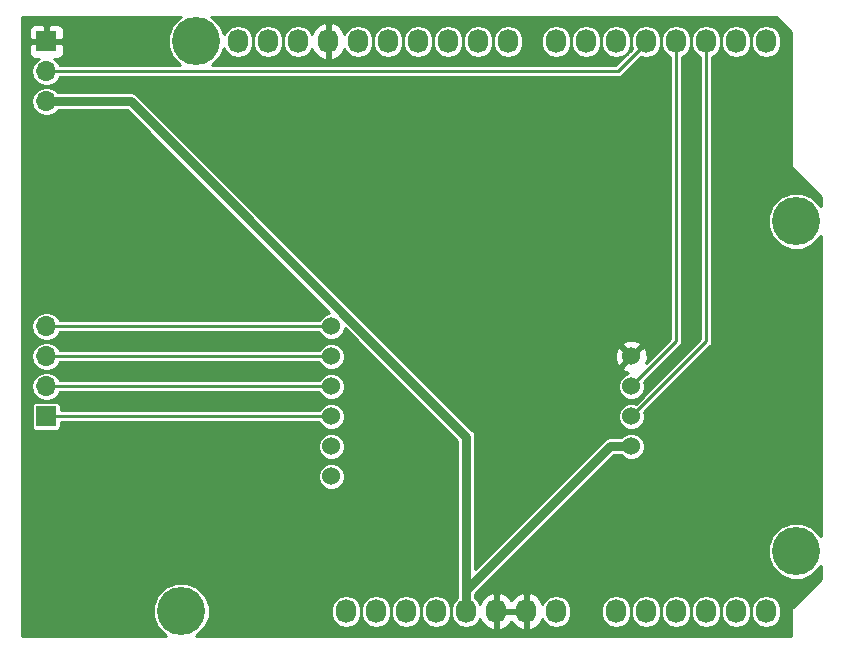
<source format=gtl>
G04 #@! TF.GenerationSoftware,KiCad,Pcbnew,5.0.2+dfsg1-1*
G04 #@! TF.CreationDate,2019-07-14T00:59:29-07:00*
G04 #@! TF.ProjectId,WeightAndMotionSensorShield,57656967-6874-4416-9e64-4d6f74696f6e,v01*
G04 #@! TF.SameCoordinates,Original*
G04 #@! TF.FileFunction,Copper,L1,Top*
G04 #@! TF.FilePolarity,Positive*
%FSLAX46Y46*%
G04 Gerber Fmt 4.6, Leading zero omitted, Abs format (unit mm)*
G04 Created by KiCad (PCBNEW 5.0.2+dfsg1-1) date Sun 14 Jul 2019 12:59:29 AM PDT*
%MOMM*%
%LPD*%
G01*
G04 APERTURE LIST*
G04 #@! TA.AperFunction,ComponentPad*
%ADD10O,1.727200X2.032000*%
G04 #@! TD*
G04 #@! TA.AperFunction,ComponentPad*
%ADD11C,4.064000*%
G04 #@! TD*
G04 #@! TA.AperFunction,ComponentPad*
%ADD12R,1.700000X1.700000*%
G04 #@! TD*
G04 #@! TA.AperFunction,ComponentPad*
%ADD13O,1.700000X1.700000*%
G04 #@! TD*
G04 #@! TA.AperFunction,ComponentPad*
%ADD14C,1.524000*%
G04 #@! TD*
G04 #@! TA.AperFunction,Conductor*
%ADD15C,0.762000*%
G04 #@! TD*
G04 #@! TA.AperFunction,Conductor*
%ADD16C,0.254000*%
G04 #@! TD*
G04 APERTURE END LIST*
D10*
G04 #@! TO.P,P1,1*
G04 #@! TO.N,Net-(P1-Pad1)*
X138938000Y-123825000D03*
G04 #@! TO.P,P1,2*
G04 #@! TO.N,Net-(P1-Pad2)*
X141478000Y-123825000D03*
G04 #@! TO.P,P1,3*
G04 #@! TO.N,Net-(P1-Pad3)*
X144018000Y-123825000D03*
G04 #@! TO.P,P1,4*
G04 #@! TO.N,+3V3*
X146558000Y-123825000D03*
G04 #@! TO.P,P1,5*
G04 #@! TO.N,+5V*
X149098000Y-123825000D03*
G04 #@! TO.P,P1,6*
G04 #@! TO.N,GND*
X151638000Y-123825000D03*
G04 #@! TO.P,P1,7*
X154178000Y-123825000D03*
G04 #@! TO.P,P1,8*
G04 #@! TO.N,Net-(P1-Pad8)*
X156718000Y-123825000D03*
G04 #@! TD*
G04 #@! TO.P,P2,1*
G04 #@! TO.N,Net-(P2-Pad1)*
X161798000Y-123825000D03*
G04 #@! TO.P,P2,2*
G04 #@! TO.N,Net-(P2-Pad2)*
X164338000Y-123825000D03*
G04 #@! TO.P,P2,3*
G04 #@! TO.N,Net-(P2-Pad3)*
X166878000Y-123825000D03*
G04 #@! TO.P,P2,4*
G04 #@! TO.N,Net-(P2-Pad4)*
X169418000Y-123825000D03*
G04 #@! TO.P,P2,5*
G04 #@! TO.N,Net-(P2-Pad5)*
X171958000Y-123825000D03*
G04 #@! TO.P,P2,6*
G04 #@! TO.N,Net-(P2-Pad6)*
X174498000Y-123825000D03*
G04 #@! TD*
G04 #@! TO.P,P3,1*
G04 #@! TO.N,Net-(P3-Pad1)*
X129794000Y-75565000D03*
G04 #@! TO.P,P3,2*
G04 #@! TO.N,Net-(P3-Pad2)*
X132334000Y-75565000D03*
G04 #@! TO.P,P3,3*
G04 #@! TO.N,Net-(P3-Pad3)*
X134874000Y-75565000D03*
G04 #@! TO.P,P3,4*
G04 #@! TO.N,GND*
X137414000Y-75565000D03*
G04 #@! TO.P,P3,5*
G04 #@! TO.N,Net-(P3-Pad5)*
X139954000Y-75565000D03*
G04 #@! TO.P,P3,6*
G04 #@! TO.N,Net-(P3-Pad6)*
X142494000Y-75565000D03*
G04 #@! TO.P,P3,7*
G04 #@! TO.N,Net-(P3-Pad7)*
X145034000Y-75565000D03*
G04 #@! TO.P,P3,8*
G04 #@! TO.N,Net-(P3-Pad8)*
X147574000Y-75565000D03*
G04 #@! TO.P,P3,9*
G04 #@! TO.N,Net-(P3-Pad9)*
X150114000Y-75565000D03*
G04 #@! TO.P,P3,10*
G04 #@! TO.N,Net-(P3-Pad10)*
X152654000Y-75565000D03*
G04 #@! TD*
G04 #@! TO.P,P4,1*
G04 #@! TO.N,Net-(P4-Pad1)*
X156718000Y-75565000D03*
G04 #@! TO.P,P4,2*
G04 #@! TO.N,Net-(P4-Pad2)*
X159258000Y-75565000D03*
G04 #@! TO.P,P4,3*
G04 #@! TO.N,Net-(P4-Pad3)*
X161798000Y-75565000D03*
G04 #@! TO.P,P4,4*
G04 #@! TO.N,/4*
X164338000Y-75565000D03*
G04 #@! TO.P,P4,5*
G04 #@! TO.N,/3(\002A\002A)*
X166878000Y-75565000D03*
G04 #@! TO.P,P4,6*
G04 #@! TO.N,/2*
X169418000Y-75565000D03*
G04 #@! TO.P,P4,7*
G04 #@! TO.N,Net-(P4-Pad7)*
X171958000Y-75565000D03*
G04 #@! TO.P,P4,8*
G04 #@! TO.N,Net-(P4-Pad8)*
X174498000Y-75565000D03*
G04 #@! TD*
D11*
G04 #@! TO.P,P5,1*
G04 #@! TO.N,Net-(P5-Pad1)*
X124968000Y-123825000D03*
G04 #@! TD*
G04 #@! TO.P,P6,1*
G04 #@! TO.N,Net-(P6-Pad1)*
X177038000Y-118745000D03*
G04 #@! TD*
G04 #@! TO.P,P7,1*
G04 #@! TO.N,Net-(P7-Pad1)*
X126238000Y-75565000D03*
G04 #@! TD*
G04 #@! TO.P,P8,1*
G04 #@! TO.N,Net-(P8-Pad1)*
X177038000Y-90805000D03*
G04 #@! TD*
D12*
G04 #@! TO.P,J1,1*
G04 #@! TO.N,GND*
X113538000Y-75565000D03*
D13*
G04 #@! TO.P,J1,2*
G04 #@! TO.N,/4*
X113538000Y-78105000D03*
G04 #@! TO.P,J1,3*
G04 #@! TO.N,+5V*
X113538000Y-80645000D03*
G04 #@! TD*
D12*
G04 #@! TO.P,J2,1*
G04 #@! TO.N,Net-(J2-Pad1)*
X113538000Y-107315000D03*
D13*
G04 #@! TO.P,J2,2*
G04 #@! TO.N,Net-(J2-Pad2)*
X113538000Y-104775000D03*
G04 #@! TO.P,J2,3*
G04 #@! TO.N,Net-(J2-Pad3)*
X113538000Y-102235000D03*
G04 #@! TO.P,J2,4*
G04 #@! TO.N,Net-(J2-Pad4)*
X113538000Y-99695000D03*
G04 #@! TD*
D14*
G04 #@! TO.P,U1,1*
G04 #@! TO.N,Net-(J2-Pad4)*
X137668000Y-99695000D03*
G04 #@! TO.P,U1,2*
G04 #@! TO.N,Net-(J2-Pad3)*
X137668000Y-102235000D03*
G04 #@! TO.P,U1,3*
G04 #@! TO.N,Net-(J2-Pad2)*
X137668000Y-104775000D03*
G04 #@! TO.P,U1,4*
G04 #@! TO.N,Net-(J2-Pad1)*
X137668000Y-107315000D03*
G04 #@! TO.P,U1,5*
G04 #@! TO.N,Net-(U1-Pad5)*
X137668000Y-109855000D03*
G04 #@! TO.P,U1,6*
G04 #@! TO.N,Net-(U1-Pad6)*
X137668000Y-112395000D03*
G04 #@! TO.P,U1,7*
G04 #@! TO.N,GND*
X163068000Y-102235000D03*
G04 #@! TO.P,U1,8*
G04 #@! TO.N,/3(\002A\002A)*
X163068000Y-104775000D03*
G04 #@! TO.P,U1,9*
G04 #@! TO.N,/2*
X163068000Y-107315000D03*
G04 #@! TO.P,U1,10*
G04 #@! TO.N,+5V*
X163068000Y-109855000D03*
G04 #@! TD*
D15*
G04 #@! TO.N,+5V*
X161990370Y-109855000D02*
X163068000Y-109855000D01*
X161290000Y-109855000D02*
X161990370Y-109855000D01*
X149098000Y-122047000D02*
X161290000Y-109855000D01*
X149098000Y-122047000D02*
X149098000Y-123825000D01*
X149098000Y-109057438D02*
X149098000Y-122047000D01*
X120685562Y-80645000D02*
X149098000Y-109057438D01*
X113538000Y-80645000D02*
X120685562Y-80645000D01*
D16*
G04 #@! TO.N,/4*
X164338000Y-75717400D02*
X164338000Y-75565000D01*
X161950400Y-78105000D02*
X164338000Y-75717400D01*
X113538000Y-78105000D02*
X161950400Y-78105000D01*
G04 #@! TO.N,/3(\002A\002A)*
X166878000Y-100965000D02*
X166878000Y-75565000D01*
X163068000Y-104775000D02*
X166878000Y-100965000D01*
G04 #@! TO.N,/2*
X169418000Y-100965000D02*
X169418000Y-75565000D01*
X163068000Y-107315000D02*
X169418000Y-100965000D01*
G04 #@! TO.N,Net-(J2-Pad1)*
X137668000Y-107315000D02*
X113538000Y-107315000D01*
G04 #@! TO.N,Net-(J2-Pad2)*
X113538000Y-104775000D02*
X137668000Y-104775000D01*
G04 #@! TO.N,Net-(J2-Pad3)*
X137668000Y-102235000D02*
X113538000Y-102235000D01*
G04 #@! TO.N,Net-(J2-Pad4)*
X113538000Y-99695000D02*
X137668000Y-99695000D01*
G04 #@! TD*
G04 #@! TO.N,GND*
G36*
X124871146Y-73519358D02*
X124192358Y-74198146D01*
X123825000Y-75085025D01*
X123825000Y-76044975D01*
X124192358Y-76931854D01*
X124857504Y-77597000D01*
X114679075Y-77597000D01*
X114425501Y-77217499D01*
X114174821Y-77050000D01*
X114514309Y-77050000D01*
X114747698Y-76953327D01*
X114926327Y-76774699D01*
X115023000Y-76541310D01*
X115023000Y-75850750D01*
X114864250Y-75692000D01*
X113665000Y-75692000D01*
X113665000Y-75712000D01*
X113411000Y-75712000D01*
X113411000Y-75692000D01*
X112211750Y-75692000D01*
X112053000Y-75850750D01*
X112053000Y-76541310D01*
X112149673Y-76774699D01*
X112328302Y-76953327D01*
X112561691Y-77050000D01*
X112901179Y-77050000D01*
X112650499Y-77217499D01*
X112378424Y-77624688D01*
X112282884Y-78105000D01*
X112378424Y-78585312D01*
X112650499Y-78992501D01*
X113057688Y-79264576D01*
X113416761Y-79336000D01*
X113659239Y-79336000D01*
X114018312Y-79264576D01*
X114425501Y-78992501D01*
X114679075Y-78613000D01*
X161900372Y-78613000D01*
X161950400Y-78622951D01*
X162000428Y-78613000D01*
X162000432Y-78613000D01*
X162148612Y-78583525D01*
X162316647Y-78471247D01*
X162344988Y-78428832D01*
X163878782Y-76895038D01*
X164338000Y-76986383D01*
X164823619Y-76889787D01*
X165235306Y-76614706D01*
X165510387Y-76203018D01*
X165582600Y-75839980D01*
X165582600Y-75290019D01*
X165510387Y-74926981D01*
X165235306Y-74515294D01*
X164823618Y-74240213D01*
X164338000Y-74143617D01*
X163852381Y-74240213D01*
X163440694Y-74515294D01*
X163165613Y-74926982D01*
X163093400Y-75290020D01*
X163093400Y-75839981D01*
X163160362Y-76176618D01*
X161739980Y-77597000D01*
X127618496Y-77597000D01*
X128283642Y-76931854D01*
X128609909Y-76144178D01*
X128621613Y-76203019D01*
X128896695Y-76614706D01*
X129308382Y-76889787D01*
X129794000Y-76986383D01*
X130279619Y-76889787D01*
X130691306Y-76614706D01*
X130966387Y-76203018D01*
X131038600Y-75839980D01*
X131038600Y-75290020D01*
X131089400Y-75290020D01*
X131089400Y-75839981D01*
X131161613Y-76203019D01*
X131436695Y-76614706D01*
X131848382Y-76889787D01*
X132334000Y-76986383D01*
X132819619Y-76889787D01*
X133231306Y-76614706D01*
X133506387Y-76203018D01*
X133578600Y-75839980D01*
X133578600Y-75290020D01*
X133629400Y-75290020D01*
X133629400Y-75839981D01*
X133701613Y-76203019D01*
X133976695Y-76614706D01*
X134388382Y-76889787D01*
X134874000Y-76986383D01*
X135359619Y-76889787D01*
X135771306Y-76614706D01*
X136032609Y-76223638D01*
X136122046Y-76479320D01*
X136511964Y-76915732D01*
X137039209Y-77169709D01*
X137054974Y-77172358D01*
X137287000Y-77051217D01*
X137287000Y-75692000D01*
X137267000Y-75692000D01*
X137267000Y-75438000D01*
X137287000Y-75438000D01*
X137287000Y-74078783D01*
X137541000Y-74078783D01*
X137541000Y-75438000D01*
X137561000Y-75438000D01*
X137561000Y-75692000D01*
X137541000Y-75692000D01*
X137541000Y-77051217D01*
X137773026Y-77172358D01*
X137788791Y-77169709D01*
X138316036Y-76915732D01*
X138705954Y-76479320D01*
X138795391Y-76223638D01*
X139056695Y-76614706D01*
X139468382Y-76889787D01*
X139954000Y-76986383D01*
X140439619Y-76889787D01*
X140851306Y-76614706D01*
X141126387Y-76203018D01*
X141198600Y-75839980D01*
X141198600Y-75290020D01*
X141249400Y-75290020D01*
X141249400Y-75839981D01*
X141321613Y-76203019D01*
X141596695Y-76614706D01*
X142008382Y-76889787D01*
X142494000Y-76986383D01*
X142979619Y-76889787D01*
X143391306Y-76614706D01*
X143666387Y-76203018D01*
X143738600Y-75839980D01*
X143738600Y-75290020D01*
X143789400Y-75290020D01*
X143789400Y-75839981D01*
X143861613Y-76203019D01*
X144136695Y-76614706D01*
X144548382Y-76889787D01*
X145034000Y-76986383D01*
X145519619Y-76889787D01*
X145931306Y-76614706D01*
X146206387Y-76203018D01*
X146278600Y-75839980D01*
X146278600Y-75290020D01*
X146329400Y-75290020D01*
X146329400Y-75839981D01*
X146401613Y-76203019D01*
X146676695Y-76614706D01*
X147088382Y-76889787D01*
X147574000Y-76986383D01*
X148059619Y-76889787D01*
X148471306Y-76614706D01*
X148746387Y-76203018D01*
X148818600Y-75839980D01*
X148818600Y-75290020D01*
X148869400Y-75290020D01*
X148869400Y-75839981D01*
X148941613Y-76203019D01*
X149216695Y-76614706D01*
X149628382Y-76889787D01*
X150114000Y-76986383D01*
X150599619Y-76889787D01*
X151011306Y-76614706D01*
X151286387Y-76203018D01*
X151358600Y-75839980D01*
X151358600Y-75290020D01*
X151409400Y-75290020D01*
X151409400Y-75839981D01*
X151481613Y-76203019D01*
X151756695Y-76614706D01*
X152168382Y-76889787D01*
X152654000Y-76986383D01*
X153139619Y-76889787D01*
X153551306Y-76614706D01*
X153826387Y-76203018D01*
X153898600Y-75839980D01*
X153898600Y-75290020D01*
X155473400Y-75290020D01*
X155473400Y-75839981D01*
X155545613Y-76203019D01*
X155820695Y-76614706D01*
X156232382Y-76889787D01*
X156718000Y-76986383D01*
X157203619Y-76889787D01*
X157615306Y-76614706D01*
X157890387Y-76203018D01*
X157962600Y-75839980D01*
X157962600Y-75290020D01*
X158013400Y-75290020D01*
X158013400Y-75839981D01*
X158085613Y-76203019D01*
X158360695Y-76614706D01*
X158772382Y-76889787D01*
X159258000Y-76986383D01*
X159743619Y-76889787D01*
X160155306Y-76614706D01*
X160430387Y-76203018D01*
X160502600Y-75839980D01*
X160502600Y-75290020D01*
X160553400Y-75290020D01*
X160553400Y-75839981D01*
X160625613Y-76203019D01*
X160900695Y-76614706D01*
X161312382Y-76889787D01*
X161798000Y-76986383D01*
X162283619Y-76889787D01*
X162695306Y-76614706D01*
X162970387Y-76203018D01*
X163042600Y-75839980D01*
X163042600Y-75290019D01*
X162970387Y-74926981D01*
X162695306Y-74515294D01*
X162283618Y-74240213D01*
X161798000Y-74143617D01*
X161312381Y-74240213D01*
X160900694Y-74515294D01*
X160625613Y-74926982D01*
X160553400Y-75290020D01*
X160502600Y-75290020D01*
X160502600Y-75290019D01*
X160430387Y-74926981D01*
X160155306Y-74515294D01*
X159743618Y-74240213D01*
X159258000Y-74143617D01*
X158772381Y-74240213D01*
X158360694Y-74515294D01*
X158085613Y-74926982D01*
X158013400Y-75290020D01*
X157962600Y-75290020D01*
X157962600Y-75290019D01*
X157890387Y-74926981D01*
X157615306Y-74515294D01*
X157203618Y-74240213D01*
X156718000Y-74143617D01*
X156232381Y-74240213D01*
X155820694Y-74515294D01*
X155545613Y-74926982D01*
X155473400Y-75290020D01*
X153898600Y-75290020D01*
X153898600Y-75290019D01*
X153826387Y-74926981D01*
X153551306Y-74515294D01*
X153139618Y-74240213D01*
X152654000Y-74143617D01*
X152168381Y-74240213D01*
X151756694Y-74515294D01*
X151481613Y-74926982D01*
X151409400Y-75290020D01*
X151358600Y-75290020D01*
X151358600Y-75290019D01*
X151286387Y-74926981D01*
X151011306Y-74515294D01*
X150599618Y-74240213D01*
X150114000Y-74143617D01*
X149628381Y-74240213D01*
X149216694Y-74515294D01*
X148941613Y-74926982D01*
X148869400Y-75290020D01*
X148818600Y-75290020D01*
X148818600Y-75290019D01*
X148746387Y-74926981D01*
X148471306Y-74515294D01*
X148059618Y-74240213D01*
X147574000Y-74143617D01*
X147088381Y-74240213D01*
X146676694Y-74515294D01*
X146401613Y-74926982D01*
X146329400Y-75290020D01*
X146278600Y-75290020D01*
X146278600Y-75290019D01*
X146206387Y-74926981D01*
X145931306Y-74515294D01*
X145519618Y-74240213D01*
X145034000Y-74143617D01*
X144548381Y-74240213D01*
X144136694Y-74515294D01*
X143861613Y-74926982D01*
X143789400Y-75290020D01*
X143738600Y-75290020D01*
X143738600Y-75290019D01*
X143666387Y-74926981D01*
X143391306Y-74515294D01*
X142979618Y-74240213D01*
X142494000Y-74143617D01*
X142008381Y-74240213D01*
X141596694Y-74515294D01*
X141321613Y-74926982D01*
X141249400Y-75290020D01*
X141198600Y-75290020D01*
X141198600Y-75290019D01*
X141126387Y-74926981D01*
X140851306Y-74515294D01*
X140439618Y-74240213D01*
X139954000Y-74143617D01*
X139468381Y-74240213D01*
X139056694Y-74515294D01*
X138795391Y-74906362D01*
X138705954Y-74650680D01*
X138316036Y-74214268D01*
X137788791Y-73960291D01*
X137773026Y-73957642D01*
X137541000Y-74078783D01*
X137287000Y-74078783D01*
X137054974Y-73957642D01*
X137039209Y-73960291D01*
X136511964Y-74214268D01*
X136122046Y-74650680D01*
X136032610Y-74906362D01*
X135771306Y-74515294D01*
X135359618Y-74240213D01*
X134874000Y-74143617D01*
X134388381Y-74240213D01*
X133976694Y-74515294D01*
X133701613Y-74926982D01*
X133629400Y-75290020D01*
X133578600Y-75290020D01*
X133578600Y-75290019D01*
X133506387Y-74926981D01*
X133231306Y-74515294D01*
X132819618Y-74240213D01*
X132334000Y-74143617D01*
X131848381Y-74240213D01*
X131436694Y-74515294D01*
X131161613Y-74926982D01*
X131089400Y-75290020D01*
X131038600Y-75290020D01*
X131038600Y-75290019D01*
X130966387Y-74926981D01*
X130691306Y-74515294D01*
X130279618Y-74240213D01*
X129794000Y-74143617D01*
X129308381Y-74240213D01*
X128896694Y-74515294D01*
X128621613Y-74926982D01*
X128609909Y-74985822D01*
X128283642Y-74198146D01*
X127604854Y-73519358D01*
X127512250Y-73481000D01*
X175325119Y-73481000D01*
X176582001Y-74737882D01*
X176582000Y-85934096D01*
X176573068Y-85979000D01*
X176582000Y-86023904D01*
X176582000Y-86023908D01*
X176608458Y-86156921D01*
X176709243Y-86307757D01*
X176747315Y-86333196D01*
X179122001Y-88707882D01*
X179122001Y-89530753D01*
X179083642Y-89438146D01*
X178404854Y-88759358D01*
X177517975Y-88392000D01*
X176558025Y-88392000D01*
X175671146Y-88759358D01*
X174992358Y-89438146D01*
X174625000Y-90325025D01*
X174625000Y-91284975D01*
X174992358Y-92171854D01*
X175671146Y-92850642D01*
X176558025Y-93218000D01*
X177517975Y-93218000D01*
X178404854Y-92850642D01*
X179083642Y-92171854D01*
X179122001Y-92079248D01*
X179122000Y-117470751D01*
X179083642Y-117378146D01*
X178404854Y-116699358D01*
X177517975Y-116332000D01*
X176558025Y-116332000D01*
X175671146Y-116699358D01*
X174992358Y-117378146D01*
X174625000Y-118265025D01*
X174625000Y-119224975D01*
X174992358Y-120111854D01*
X175671146Y-120790642D01*
X176558025Y-121158000D01*
X177517975Y-121158000D01*
X178404854Y-120790642D01*
X179083642Y-120111854D01*
X179122000Y-120019250D01*
X179122000Y-121096119D01*
X176747313Y-123470806D01*
X176709244Y-123496243D01*
X176683807Y-123534312D01*
X176683804Y-123534315D01*
X176608459Y-123647078D01*
X176573068Y-123825000D01*
X176582001Y-123869909D01*
X176582000Y-125909000D01*
X126242250Y-125909000D01*
X126334854Y-125870642D01*
X127013642Y-125191854D01*
X127381000Y-124304975D01*
X127381000Y-123550020D01*
X137693400Y-123550020D01*
X137693400Y-124099981D01*
X137765613Y-124463019D01*
X138040695Y-124874706D01*
X138452382Y-125149787D01*
X138938000Y-125246383D01*
X139423619Y-125149787D01*
X139835306Y-124874706D01*
X140110387Y-124463018D01*
X140182600Y-124099980D01*
X140182600Y-123550020D01*
X140233400Y-123550020D01*
X140233400Y-124099981D01*
X140305613Y-124463019D01*
X140580695Y-124874706D01*
X140992382Y-125149787D01*
X141478000Y-125246383D01*
X141963619Y-125149787D01*
X142375306Y-124874706D01*
X142650387Y-124463018D01*
X142722600Y-124099980D01*
X142722600Y-123550020D01*
X142773400Y-123550020D01*
X142773400Y-124099981D01*
X142845613Y-124463019D01*
X143120695Y-124874706D01*
X143532382Y-125149787D01*
X144018000Y-125246383D01*
X144503619Y-125149787D01*
X144915306Y-124874706D01*
X145190387Y-124463018D01*
X145262600Y-124099980D01*
X145262600Y-123550020D01*
X145313400Y-123550020D01*
X145313400Y-124099981D01*
X145385613Y-124463019D01*
X145660695Y-124874706D01*
X146072382Y-125149787D01*
X146558000Y-125246383D01*
X147043619Y-125149787D01*
X147455306Y-124874706D01*
X147730387Y-124463018D01*
X147802600Y-124099980D01*
X147802600Y-123550019D01*
X147730387Y-123186981D01*
X147455306Y-122775294D01*
X147043618Y-122500213D01*
X146558000Y-122403617D01*
X146072381Y-122500213D01*
X145660694Y-122775294D01*
X145385613Y-123186982D01*
X145313400Y-123550020D01*
X145262600Y-123550020D01*
X145262600Y-123550019D01*
X145190387Y-123186981D01*
X144915306Y-122775294D01*
X144503618Y-122500213D01*
X144018000Y-122403617D01*
X143532381Y-122500213D01*
X143120694Y-122775294D01*
X142845613Y-123186982D01*
X142773400Y-123550020D01*
X142722600Y-123550020D01*
X142722600Y-123550019D01*
X142650387Y-123186981D01*
X142375306Y-122775294D01*
X141963618Y-122500213D01*
X141478000Y-122403617D01*
X140992381Y-122500213D01*
X140580694Y-122775294D01*
X140305613Y-123186982D01*
X140233400Y-123550020D01*
X140182600Y-123550020D01*
X140182600Y-123550019D01*
X140110387Y-123186981D01*
X139835306Y-122775294D01*
X139423618Y-122500213D01*
X138938000Y-122403617D01*
X138452381Y-122500213D01*
X138040694Y-122775294D01*
X137765613Y-123186982D01*
X137693400Y-123550020D01*
X127381000Y-123550020D01*
X127381000Y-123345025D01*
X127013642Y-122458146D01*
X126334854Y-121779358D01*
X125447975Y-121412000D01*
X124488025Y-121412000D01*
X123601146Y-121779358D01*
X122922358Y-122458146D01*
X122555000Y-123345025D01*
X122555000Y-124304975D01*
X122922358Y-125191854D01*
X123601146Y-125870642D01*
X123693750Y-125909000D01*
X111454000Y-125909000D01*
X111454000Y-112167643D01*
X136525000Y-112167643D01*
X136525000Y-112622357D01*
X136699011Y-113042458D01*
X137020542Y-113363989D01*
X137440643Y-113538000D01*
X137895357Y-113538000D01*
X138315458Y-113363989D01*
X138636989Y-113042458D01*
X138811000Y-112622357D01*
X138811000Y-112167643D01*
X138636989Y-111747542D01*
X138315458Y-111426011D01*
X137895357Y-111252000D01*
X137440643Y-111252000D01*
X137020542Y-111426011D01*
X136699011Y-111747542D01*
X136525000Y-112167643D01*
X111454000Y-112167643D01*
X111454000Y-109627643D01*
X136525000Y-109627643D01*
X136525000Y-110082357D01*
X136699011Y-110502458D01*
X137020542Y-110823989D01*
X137440643Y-110998000D01*
X137895357Y-110998000D01*
X138315458Y-110823989D01*
X138636989Y-110502458D01*
X138811000Y-110082357D01*
X138811000Y-109627643D01*
X138636989Y-109207542D01*
X138315458Y-108886011D01*
X137895357Y-108712000D01*
X137440643Y-108712000D01*
X137020542Y-108886011D01*
X136699011Y-109207542D01*
X136525000Y-109627643D01*
X111454000Y-109627643D01*
X111454000Y-106465000D01*
X112299536Y-106465000D01*
X112299536Y-108165000D01*
X112329106Y-108313659D01*
X112413314Y-108439686D01*
X112539341Y-108523894D01*
X112688000Y-108553464D01*
X114388000Y-108553464D01*
X114536659Y-108523894D01*
X114662686Y-108439686D01*
X114746894Y-108313659D01*
X114776464Y-108165000D01*
X114776464Y-107823000D01*
X136641246Y-107823000D01*
X136699011Y-107962458D01*
X137020542Y-108283989D01*
X137440643Y-108458000D01*
X137895357Y-108458000D01*
X138315458Y-108283989D01*
X138636989Y-107962458D01*
X138811000Y-107542357D01*
X138811000Y-107087643D01*
X138636989Y-106667542D01*
X138315458Y-106346011D01*
X137895357Y-106172000D01*
X137440643Y-106172000D01*
X137020542Y-106346011D01*
X136699011Y-106667542D01*
X136641246Y-106807000D01*
X114776464Y-106807000D01*
X114776464Y-106465000D01*
X114746894Y-106316341D01*
X114662686Y-106190314D01*
X114536659Y-106106106D01*
X114388000Y-106076536D01*
X112688000Y-106076536D01*
X112539341Y-106106106D01*
X112413314Y-106190314D01*
X112329106Y-106316341D01*
X112299536Y-106465000D01*
X111454000Y-106465000D01*
X111454000Y-104775000D01*
X112282884Y-104775000D01*
X112378424Y-105255312D01*
X112650499Y-105662501D01*
X113057688Y-105934576D01*
X113416761Y-106006000D01*
X113659239Y-106006000D01*
X114018312Y-105934576D01*
X114425501Y-105662501D01*
X114679075Y-105283000D01*
X136641246Y-105283000D01*
X136699011Y-105422458D01*
X137020542Y-105743989D01*
X137440643Y-105918000D01*
X137895357Y-105918000D01*
X138315458Y-105743989D01*
X138636989Y-105422458D01*
X138811000Y-105002357D01*
X138811000Y-104547643D01*
X138636989Y-104127542D01*
X138315458Y-103806011D01*
X137895357Y-103632000D01*
X137440643Y-103632000D01*
X137020542Y-103806011D01*
X136699011Y-104127542D01*
X136641246Y-104267000D01*
X114679075Y-104267000D01*
X114425501Y-103887499D01*
X114018312Y-103615424D01*
X113659239Y-103544000D01*
X113416761Y-103544000D01*
X113057688Y-103615424D01*
X112650499Y-103887499D01*
X112378424Y-104294688D01*
X112282884Y-104775000D01*
X111454000Y-104775000D01*
X111454000Y-102235000D01*
X112282884Y-102235000D01*
X112378424Y-102715312D01*
X112650499Y-103122501D01*
X113057688Y-103394576D01*
X113416761Y-103466000D01*
X113659239Y-103466000D01*
X114018312Y-103394576D01*
X114425501Y-103122501D01*
X114679075Y-102743000D01*
X136641246Y-102743000D01*
X136699011Y-102882458D01*
X137020542Y-103203989D01*
X137440643Y-103378000D01*
X137895357Y-103378000D01*
X138315458Y-103203989D01*
X138636989Y-102882458D01*
X138811000Y-102462357D01*
X138811000Y-102007643D01*
X138636989Y-101587542D01*
X138315458Y-101266011D01*
X137895357Y-101092000D01*
X137440643Y-101092000D01*
X137020542Y-101266011D01*
X136699011Y-101587542D01*
X136641246Y-101727000D01*
X114679075Y-101727000D01*
X114425501Y-101347499D01*
X114018312Y-101075424D01*
X113659239Y-101004000D01*
X113416761Y-101004000D01*
X113057688Y-101075424D01*
X112650499Y-101347499D01*
X112378424Y-101754688D01*
X112282884Y-102235000D01*
X111454000Y-102235000D01*
X111454000Y-80645000D01*
X112282884Y-80645000D01*
X112378424Y-81125312D01*
X112650499Y-81532501D01*
X113057688Y-81804576D01*
X113416761Y-81876000D01*
X113659239Y-81876000D01*
X114018312Y-81804576D01*
X114425501Y-81532501D01*
X114509358Y-81407000D01*
X120369932Y-81407000D01*
X137514931Y-98552000D01*
X137440643Y-98552000D01*
X137020542Y-98726011D01*
X136699011Y-99047542D01*
X136641246Y-99187000D01*
X114679075Y-99187000D01*
X114425501Y-98807499D01*
X114018312Y-98535424D01*
X113659239Y-98464000D01*
X113416761Y-98464000D01*
X113057688Y-98535424D01*
X112650499Y-98807499D01*
X112378424Y-99214688D01*
X112282884Y-99695000D01*
X112378424Y-100175312D01*
X112650499Y-100582501D01*
X113057688Y-100854576D01*
X113416761Y-100926000D01*
X113659239Y-100926000D01*
X114018312Y-100854576D01*
X114425501Y-100582501D01*
X114679075Y-100203000D01*
X136641246Y-100203000D01*
X136699011Y-100342458D01*
X137020542Y-100663989D01*
X137440643Y-100838000D01*
X137895357Y-100838000D01*
X138315458Y-100663989D01*
X138636989Y-100342458D01*
X138811000Y-99922357D01*
X138811000Y-99848069D01*
X148336000Y-109373069D01*
X148336001Y-121971948D01*
X148336000Y-121971953D01*
X148336000Y-121971957D01*
X148321073Y-122047000D01*
X148336000Y-122122044D01*
X148336000Y-122684885D01*
X148200694Y-122775294D01*
X147925613Y-123186982D01*
X147853400Y-123550020D01*
X147853400Y-124099981D01*
X147925613Y-124463019D01*
X148200695Y-124874706D01*
X148612382Y-125149787D01*
X149098000Y-125246383D01*
X149583619Y-125149787D01*
X149995306Y-124874706D01*
X150256609Y-124483638D01*
X150346046Y-124739320D01*
X150735964Y-125175732D01*
X151263209Y-125429709D01*
X151278974Y-125432358D01*
X151511000Y-125311217D01*
X151511000Y-123952000D01*
X151765000Y-123952000D01*
X151765000Y-125311217D01*
X151997026Y-125432358D01*
X152012791Y-125429709D01*
X152540036Y-125175732D01*
X152908000Y-124763892D01*
X153275964Y-125175732D01*
X153803209Y-125429709D01*
X153818974Y-125432358D01*
X154051000Y-125311217D01*
X154051000Y-123952000D01*
X151765000Y-123952000D01*
X151511000Y-123952000D01*
X151491000Y-123952000D01*
X151491000Y-123698000D01*
X151511000Y-123698000D01*
X151511000Y-122338783D01*
X151765000Y-122338783D01*
X151765000Y-123698000D01*
X154051000Y-123698000D01*
X154051000Y-122338783D01*
X154305000Y-122338783D01*
X154305000Y-123698000D01*
X154325000Y-123698000D01*
X154325000Y-123952000D01*
X154305000Y-123952000D01*
X154305000Y-125311217D01*
X154537026Y-125432358D01*
X154552791Y-125429709D01*
X155080036Y-125175732D01*
X155469954Y-124739320D01*
X155559391Y-124483638D01*
X155820695Y-124874706D01*
X156232382Y-125149787D01*
X156718000Y-125246383D01*
X157203619Y-125149787D01*
X157615306Y-124874706D01*
X157890387Y-124463018D01*
X157962600Y-124099980D01*
X157962600Y-123550020D01*
X160553400Y-123550020D01*
X160553400Y-124099981D01*
X160625613Y-124463019D01*
X160900695Y-124874706D01*
X161312382Y-125149787D01*
X161798000Y-125246383D01*
X162283619Y-125149787D01*
X162695306Y-124874706D01*
X162970387Y-124463018D01*
X163042600Y-124099980D01*
X163042600Y-123550020D01*
X163093400Y-123550020D01*
X163093400Y-124099981D01*
X163165613Y-124463019D01*
X163440695Y-124874706D01*
X163852382Y-125149787D01*
X164338000Y-125246383D01*
X164823619Y-125149787D01*
X165235306Y-124874706D01*
X165510387Y-124463018D01*
X165582600Y-124099980D01*
X165582600Y-123550020D01*
X165633400Y-123550020D01*
X165633400Y-124099981D01*
X165705613Y-124463019D01*
X165980695Y-124874706D01*
X166392382Y-125149787D01*
X166878000Y-125246383D01*
X167363619Y-125149787D01*
X167775306Y-124874706D01*
X168050387Y-124463018D01*
X168122600Y-124099980D01*
X168122600Y-123550020D01*
X168173400Y-123550020D01*
X168173400Y-124099981D01*
X168245613Y-124463019D01*
X168520695Y-124874706D01*
X168932382Y-125149787D01*
X169418000Y-125246383D01*
X169903619Y-125149787D01*
X170315306Y-124874706D01*
X170590387Y-124463018D01*
X170662600Y-124099980D01*
X170662600Y-123550020D01*
X170713400Y-123550020D01*
X170713400Y-124099981D01*
X170785613Y-124463019D01*
X171060695Y-124874706D01*
X171472382Y-125149787D01*
X171958000Y-125246383D01*
X172443619Y-125149787D01*
X172855306Y-124874706D01*
X173130387Y-124463018D01*
X173202600Y-124099980D01*
X173202600Y-123550020D01*
X173253400Y-123550020D01*
X173253400Y-124099981D01*
X173325613Y-124463019D01*
X173600695Y-124874706D01*
X174012382Y-125149787D01*
X174498000Y-125246383D01*
X174983619Y-125149787D01*
X175395306Y-124874706D01*
X175670387Y-124463018D01*
X175742600Y-124099980D01*
X175742600Y-123550019D01*
X175670387Y-123186981D01*
X175395306Y-122775294D01*
X174983618Y-122500213D01*
X174498000Y-122403617D01*
X174012381Y-122500213D01*
X173600694Y-122775294D01*
X173325613Y-123186982D01*
X173253400Y-123550020D01*
X173202600Y-123550020D01*
X173202600Y-123550019D01*
X173130387Y-123186981D01*
X172855306Y-122775294D01*
X172443618Y-122500213D01*
X171958000Y-122403617D01*
X171472381Y-122500213D01*
X171060694Y-122775294D01*
X170785613Y-123186982D01*
X170713400Y-123550020D01*
X170662600Y-123550020D01*
X170662600Y-123550019D01*
X170590387Y-123186981D01*
X170315306Y-122775294D01*
X169903618Y-122500213D01*
X169418000Y-122403617D01*
X168932381Y-122500213D01*
X168520694Y-122775294D01*
X168245613Y-123186982D01*
X168173400Y-123550020D01*
X168122600Y-123550020D01*
X168122600Y-123550019D01*
X168050387Y-123186981D01*
X167775306Y-122775294D01*
X167363618Y-122500213D01*
X166878000Y-122403617D01*
X166392381Y-122500213D01*
X165980694Y-122775294D01*
X165705613Y-123186982D01*
X165633400Y-123550020D01*
X165582600Y-123550020D01*
X165582600Y-123550019D01*
X165510387Y-123186981D01*
X165235306Y-122775294D01*
X164823618Y-122500213D01*
X164338000Y-122403617D01*
X163852381Y-122500213D01*
X163440694Y-122775294D01*
X163165613Y-123186982D01*
X163093400Y-123550020D01*
X163042600Y-123550020D01*
X163042600Y-123550019D01*
X162970387Y-123186981D01*
X162695306Y-122775294D01*
X162283618Y-122500213D01*
X161798000Y-122403617D01*
X161312381Y-122500213D01*
X160900694Y-122775294D01*
X160625613Y-123186982D01*
X160553400Y-123550020D01*
X157962600Y-123550020D01*
X157962600Y-123550019D01*
X157890387Y-123186981D01*
X157615306Y-122775294D01*
X157203618Y-122500213D01*
X156718000Y-122403617D01*
X156232381Y-122500213D01*
X155820694Y-122775294D01*
X155559391Y-123166362D01*
X155469954Y-122910680D01*
X155080036Y-122474268D01*
X154552791Y-122220291D01*
X154537026Y-122217642D01*
X154305000Y-122338783D01*
X154051000Y-122338783D01*
X153818974Y-122217642D01*
X153803209Y-122220291D01*
X153275964Y-122474268D01*
X152908000Y-122886108D01*
X152540036Y-122474268D01*
X152012791Y-122220291D01*
X151997026Y-122217642D01*
X151765000Y-122338783D01*
X151511000Y-122338783D01*
X151278974Y-122217642D01*
X151263209Y-122220291D01*
X150735964Y-122474268D01*
X150346046Y-122910680D01*
X150256610Y-123166362D01*
X149995306Y-122775294D01*
X149860000Y-122684885D01*
X149860000Y-122362630D01*
X161605631Y-110617000D01*
X162213553Y-110617000D01*
X162420542Y-110823989D01*
X162840643Y-110998000D01*
X163295357Y-110998000D01*
X163715458Y-110823989D01*
X164036989Y-110502458D01*
X164211000Y-110082357D01*
X164211000Y-109627643D01*
X164036989Y-109207542D01*
X163715458Y-108886011D01*
X163295357Y-108712000D01*
X162840643Y-108712000D01*
X162420542Y-108886011D01*
X162213553Y-109093000D01*
X161365047Y-109093000D01*
X161290000Y-109078072D01*
X161214953Y-109093000D01*
X161214952Y-109093000D01*
X160992683Y-109137212D01*
X160740629Y-109305629D01*
X160698118Y-109369251D01*
X149860000Y-120207370D01*
X149860000Y-109132480D01*
X149874927Y-109057437D01*
X149860000Y-108982394D01*
X149860000Y-108982390D01*
X149815788Y-108760121D01*
X149647371Y-108508067D01*
X149583750Y-108465557D01*
X148205836Y-107087643D01*
X161925000Y-107087643D01*
X161925000Y-107542357D01*
X162099011Y-107962458D01*
X162420542Y-108283989D01*
X162840643Y-108458000D01*
X163295357Y-108458000D01*
X163715458Y-108283989D01*
X164036989Y-107962458D01*
X164211000Y-107542357D01*
X164211000Y-107087643D01*
X164153235Y-106948185D01*
X169741836Y-101359585D01*
X169784247Y-101331247D01*
X169812586Y-101288835D01*
X169812588Y-101288833D01*
X169896525Y-101163212D01*
X169913987Y-101075424D01*
X169926000Y-101015032D01*
X169926000Y-101015029D01*
X169935951Y-100965001D01*
X169926000Y-100914973D01*
X169926000Y-76874832D01*
X170315306Y-76614706D01*
X170590387Y-76203018D01*
X170662600Y-75839980D01*
X170662600Y-75290020D01*
X170713400Y-75290020D01*
X170713400Y-75839981D01*
X170785613Y-76203019D01*
X171060695Y-76614706D01*
X171472382Y-76889787D01*
X171958000Y-76986383D01*
X172443619Y-76889787D01*
X172855306Y-76614706D01*
X173130387Y-76203018D01*
X173202600Y-75839980D01*
X173202600Y-75290020D01*
X173253400Y-75290020D01*
X173253400Y-75839981D01*
X173325613Y-76203019D01*
X173600695Y-76614706D01*
X174012382Y-76889787D01*
X174498000Y-76986383D01*
X174983619Y-76889787D01*
X175395306Y-76614706D01*
X175670387Y-76203018D01*
X175742600Y-75839980D01*
X175742600Y-75290019D01*
X175670387Y-74926981D01*
X175395306Y-74515294D01*
X174983618Y-74240213D01*
X174498000Y-74143617D01*
X174012381Y-74240213D01*
X173600694Y-74515294D01*
X173325613Y-74926982D01*
X173253400Y-75290020D01*
X173202600Y-75290020D01*
X173202600Y-75290019D01*
X173130387Y-74926981D01*
X172855306Y-74515294D01*
X172443618Y-74240213D01*
X171958000Y-74143617D01*
X171472381Y-74240213D01*
X171060694Y-74515294D01*
X170785613Y-74926982D01*
X170713400Y-75290020D01*
X170662600Y-75290020D01*
X170662600Y-75290019D01*
X170590387Y-74926981D01*
X170315306Y-74515294D01*
X169903618Y-74240213D01*
X169418000Y-74143617D01*
X168932381Y-74240213D01*
X168520694Y-74515294D01*
X168245613Y-74926982D01*
X168173400Y-75290020D01*
X168173400Y-75839981D01*
X168245613Y-76203019D01*
X168520695Y-76614706D01*
X168910001Y-76874832D01*
X168910000Y-100754579D01*
X163434815Y-106229765D01*
X163295357Y-106172000D01*
X162840643Y-106172000D01*
X162420542Y-106346011D01*
X162099011Y-106667542D01*
X161925000Y-107087643D01*
X148205836Y-107087643D01*
X145665836Y-104547643D01*
X161925000Y-104547643D01*
X161925000Y-105002357D01*
X162099011Y-105422458D01*
X162420542Y-105743989D01*
X162840643Y-105918000D01*
X163295357Y-105918000D01*
X163715458Y-105743989D01*
X164036989Y-105422458D01*
X164211000Y-105002357D01*
X164211000Y-104547643D01*
X164153235Y-104408185D01*
X167201836Y-101359585D01*
X167244247Y-101331247D01*
X167272586Y-101288835D01*
X167272588Y-101288833D01*
X167316098Y-101223714D01*
X167356525Y-101163212D01*
X167386000Y-101015032D01*
X167386000Y-101015028D01*
X167395951Y-100965000D01*
X167386000Y-100914972D01*
X167386000Y-76874832D01*
X167775306Y-76614706D01*
X168050387Y-76203018D01*
X168122600Y-75839980D01*
X168122600Y-75290019D01*
X168050387Y-74926981D01*
X167775306Y-74515294D01*
X167363618Y-74240213D01*
X166878000Y-74143617D01*
X166392381Y-74240213D01*
X165980694Y-74515294D01*
X165705613Y-74926982D01*
X165633400Y-75290020D01*
X165633400Y-75839981D01*
X165705613Y-76203019D01*
X165980695Y-76614706D01*
X166370001Y-76874832D01*
X166370000Y-100754579D01*
X164363588Y-102760992D01*
X164477144Y-102442698D01*
X164449362Y-101887632D01*
X164290397Y-101503857D01*
X164048213Y-101434392D01*
X163247605Y-102235000D01*
X163261748Y-102249143D01*
X163082143Y-102428748D01*
X163068000Y-102414605D01*
X162267392Y-103215213D01*
X162336857Y-103457397D01*
X162833989Y-103634756D01*
X162420542Y-103806011D01*
X162099011Y-104127542D01*
X161925000Y-104547643D01*
X145665836Y-104547643D01*
X143145495Y-102027302D01*
X161658856Y-102027302D01*
X161686638Y-102582368D01*
X161845603Y-102966143D01*
X162087787Y-103035608D01*
X162888395Y-102235000D01*
X162087787Y-101434392D01*
X161845603Y-101503857D01*
X161658856Y-102027302D01*
X143145495Y-102027302D01*
X142372980Y-101254787D01*
X162267392Y-101254787D01*
X163068000Y-102055395D01*
X163868608Y-101254787D01*
X163799143Y-101012603D01*
X163275698Y-100825856D01*
X162720632Y-100853638D01*
X162336857Y-101012603D01*
X162267392Y-101254787D01*
X142372980Y-101254787D01*
X121277446Y-80159254D01*
X121234933Y-80095629D01*
X120982879Y-79927212D01*
X120760610Y-79883000D01*
X120760605Y-79883000D01*
X120685562Y-79868073D01*
X120610519Y-79883000D01*
X114509358Y-79883000D01*
X114425501Y-79757499D01*
X114018312Y-79485424D01*
X113659239Y-79414000D01*
X113416761Y-79414000D01*
X113057688Y-79485424D01*
X112650499Y-79757499D01*
X112378424Y-80164688D01*
X112282884Y-80645000D01*
X111454000Y-80645000D01*
X111454000Y-74588690D01*
X112053000Y-74588690D01*
X112053000Y-75279250D01*
X112211750Y-75438000D01*
X113411000Y-75438000D01*
X113411000Y-74238750D01*
X113665000Y-74238750D01*
X113665000Y-75438000D01*
X114864250Y-75438000D01*
X115023000Y-75279250D01*
X115023000Y-74588690D01*
X114926327Y-74355301D01*
X114747698Y-74176673D01*
X114514309Y-74080000D01*
X113823750Y-74080000D01*
X113665000Y-74238750D01*
X113411000Y-74238750D01*
X113252250Y-74080000D01*
X112561691Y-74080000D01*
X112328302Y-74176673D01*
X112149673Y-74355301D01*
X112053000Y-74588690D01*
X111454000Y-74588690D01*
X111454000Y-73481000D01*
X124963750Y-73481000D01*
X124871146Y-73519358D01*
X124871146Y-73519358D01*
G37*
X124871146Y-73519358D02*
X124192358Y-74198146D01*
X123825000Y-75085025D01*
X123825000Y-76044975D01*
X124192358Y-76931854D01*
X124857504Y-77597000D01*
X114679075Y-77597000D01*
X114425501Y-77217499D01*
X114174821Y-77050000D01*
X114514309Y-77050000D01*
X114747698Y-76953327D01*
X114926327Y-76774699D01*
X115023000Y-76541310D01*
X115023000Y-75850750D01*
X114864250Y-75692000D01*
X113665000Y-75692000D01*
X113665000Y-75712000D01*
X113411000Y-75712000D01*
X113411000Y-75692000D01*
X112211750Y-75692000D01*
X112053000Y-75850750D01*
X112053000Y-76541310D01*
X112149673Y-76774699D01*
X112328302Y-76953327D01*
X112561691Y-77050000D01*
X112901179Y-77050000D01*
X112650499Y-77217499D01*
X112378424Y-77624688D01*
X112282884Y-78105000D01*
X112378424Y-78585312D01*
X112650499Y-78992501D01*
X113057688Y-79264576D01*
X113416761Y-79336000D01*
X113659239Y-79336000D01*
X114018312Y-79264576D01*
X114425501Y-78992501D01*
X114679075Y-78613000D01*
X161900372Y-78613000D01*
X161950400Y-78622951D01*
X162000428Y-78613000D01*
X162000432Y-78613000D01*
X162148612Y-78583525D01*
X162316647Y-78471247D01*
X162344988Y-78428832D01*
X163878782Y-76895038D01*
X164338000Y-76986383D01*
X164823619Y-76889787D01*
X165235306Y-76614706D01*
X165510387Y-76203018D01*
X165582600Y-75839980D01*
X165582600Y-75290019D01*
X165510387Y-74926981D01*
X165235306Y-74515294D01*
X164823618Y-74240213D01*
X164338000Y-74143617D01*
X163852381Y-74240213D01*
X163440694Y-74515294D01*
X163165613Y-74926982D01*
X163093400Y-75290020D01*
X163093400Y-75839981D01*
X163160362Y-76176618D01*
X161739980Y-77597000D01*
X127618496Y-77597000D01*
X128283642Y-76931854D01*
X128609909Y-76144178D01*
X128621613Y-76203019D01*
X128896695Y-76614706D01*
X129308382Y-76889787D01*
X129794000Y-76986383D01*
X130279619Y-76889787D01*
X130691306Y-76614706D01*
X130966387Y-76203018D01*
X131038600Y-75839980D01*
X131038600Y-75290020D01*
X131089400Y-75290020D01*
X131089400Y-75839981D01*
X131161613Y-76203019D01*
X131436695Y-76614706D01*
X131848382Y-76889787D01*
X132334000Y-76986383D01*
X132819619Y-76889787D01*
X133231306Y-76614706D01*
X133506387Y-76203018D01*
X133578600Y-75839980D01*
X133578600Y-75290020D01*
X133629400Y-75290020D01*
X133629400Y-75839981D01*
X133701613Y-76203019D01*
X133976695Y-76614706D01*
X134388382Y-76889787D01*
X134874000Y-76986383D01*
X135359619Y-76889787D01*
X135771306Y-76614706D01*
X136032609Y-76223638D01*
X136122046Y-76479320D01*
X136511964Y-76915732D01*
X137039209Y-77169709D01*
X137054974Y-77172358D01*
X137287000Y-77051217D01*
X137287000Y-75692000D01*
X137267000Y-75692000D01*
X137267000Y-75438000D01*
X137287000Y-75438000D01*
X137287000Y-74078783D01*
X137541000Y-74078783D01*
X137541000Y-75438000D01*
X137561000Y-75438000D01*
X137561000Y-75692000D01*
X137541000Y-75692000D01*
X137541000Y-77051217D01*
X137773026Y-77172358D01*
X137788791Y-77169709D01*
X138316036Y-76915732D01*
X138705954Y-76479320D01*
X138795391Y-76223638D01*
X139056695Y-76614706D01*
X139468382Y-76889787D01*
X139954000Y-76986383D01*
X140439619Y-76889787D01*
X140851306Y-76614706D01*
X141126387Y-76203018D01*
X141198600Y-75839980D01*
X141198600Y-75290020D01*
X141249400Y-75290020D01*
X141249400Y-75839981D01*
X141321613Y-76203019D01*
X141596695Y-76614706D01*
X142008382Y-76889787D01*
X142494000Y-76986383D01*
X142979619Y-76889787D01*
X143391306Y-76614706D01*
X143666387Y-76203018D01*
X143738600Y-75839980D01*
X143738600Y-75290020D01*
X143789400Y-75290020D01*
X143789400Y-75839981D01*
X143861613Y-76203019D01*
X144136695Y-76614706D01*
X144548382Y-76889787D01*
X145034000Y-76986383D01*
X145519619Y-76889787D01*
X145931306Y-76614706D01*
X146206387Y-76203018D01*
X146278600Y-75839980D01*
X146278600Y-75290020D01*
X146329400Y-75290020D01*
X146329400Y-75839981D01*
X146401613Y-76203019D01*
X146676695Y-76614706D01*
X147088382Y-76889787D01*
X147574000Y-76986383D01*
X148059619Y-76889787D01*
X148471306Y-76614706D01*
X148746387Y-76203018D01*
X148818600Y-75839980D01*
X148818600Y-75290020D01*
X148869400Y-75290020D01*
X148869400Y-75839981D01*
X148941613Y-76203019D01*
X149216695Y-76614706D01*
X149628382Y-76889787D01*
X150114000Y-76986383D01*
X150599619Y-76889787D01*
X151011306Y-76614706D01*
X151286387Y-76203018D01*
X151358600Y-75839980D01*
X151358600Y-75290020D01*
X151409400Y-75290020D01*
X151409400Y-75839981D01*
X151481613Y-76203019D01*
X151756695Y-76614706D01*
X152168382Y-76889787D01*
X152654000Y-76986383D01*
X153139619Y-76889787D01*
X153551306Y-76614706D01*
X153826387Y-76203018D01*
X153898600Y-75839980D01*
X153898600Y-75290020D01*
X155473400Y-75290020D01*
X155473400Y-75839981D01*
X155545613Y-76203019D01*
X155820695Y-76614706D01*
X156232382Y-76889787D01*
X156718000Y-76986383D01*
X157203619Y-76889787D01*
X157615306Y-76614706D01*
X157890387Y-76203018D01*
X157962600Y-75839980D01*
X157962600Y-75290020D01*
X158013400Y-75290020D01*
X158013400Y-75839981D01*
X158085613Y-76203019D01*
X158360695Y-76614706D01*
X158772382Y-76889787D01*
X159258000Y-76986383D01*
X159743619Y-76889787D01*
X160155306Y-76614706D01*
X160430387Y-76203018D01*
X160502600Y-75839980D01*
X160502600Y-75290020D01*
X160553400Y-75290020D01*
X160553400Y-75839981D01*
X160625613Y-76203019D01*
X160900695Y-76614706D01*
X161312382Y-76889787D01*
X161798000Y-76986383D01*
X162283619Y-76889787D01*
X162695306Y-76614706D01*
X162970387Y-76203018D01*
X163042600Y-75839980D01*
X163042600Y-75290019D01*
X162970387Y-74926981D01*
X162695306Y-74515294D01*
X162283618Y-74240213D01*
X161798000Y-74143617D01*
X161312381Y-74240213D01*
X160900694Y-74515294D01*
X160625613Y-74926982D01*
X160553400Y-75290020D01*
X160502600Y-75290020D01*
X160502600Y-75290019D01*
X160430387Y-74926981D01*
X160155306Y-74515294D01*
X159743618Y-74240213D01*
X159258000Y-74143617D01*
X158772381Y-74240213D01*
X158360694Y-74515294D01*
X158085613Y-74926982D01*
X158013400Y-75290020D01*
X157962600Y-75290020D01*
X157962600Y-75290019D01*
X157890387Y-74926981D01*
X157615306Y-74515294D01*
X157203618Y-74240213D01*
X156718000Y-74143617D01*
X156232381Y-74240213D01*
X155820694Y-74515294D01*
X155545613Y-74926982D01*
X155473400Y-75290020D01*
X153898600Y-75290020D01*
X153898600Y-75290019D01*
X153826387Y-74926981D01*
X153551306Y-74515294D01*
X153139618Y-74240213D01*
X152654000Y-74143617D01*
X152168381Y-74240213D01*
X151756694Y-74515294D01*
X151481613Y-74926982D01*
X151409400Y-75290020D01*
X151358600Y-75290020D01*
X151358600Y-75290019D01*
X151286387Y-74926981D01*
X151011306Y-74515294D01*
X150599618Y-74240213D01*
X150114000Y-74143617D01*
X149628381Y-74240213D01*
X149216694Y-74515294D01*
X148941613Y-74926982D01*
X148869400Y-75290020D01*
X148818600Y-75290020D01*
X148818600Y-75290019D01*
X148746387Y-74926981D01*
X148471306Y-74515294D01*
X148059618Y-74240213D01*
X147574000Y-74143617D01*
X147088381Y-74240213D01*
X146676694Y-74515294D01*
X146401613Y-74926982D01*
X146329400Y-75290020D01*
X146278600Y-75290020D01*
X146278600Y-75290019D01*
X146206387Y-74926981D01*
X145931306Y-74515294D01*
X145519618Y-74240213D01*
X145034000Y-74143617D01*
X144548381Y-74240213D01*
X144136694Y-74515294D01*
X143861613Y-74926982D01*
X143789400Y-75290020D01*
X143738600Y-75290020D01*
X143738600Y-75290019D01*
X143666387Y-74926981D01*
X143391306Y-74515294D01*
X142979618Y-74240213D01*
X142494000Y-74143617D01*
X142008381Y-74240213D01*
X141596694Y-74515294D01*
X141321613Y-74926982D01*
X141249400Y-75290020D01*
X141198600Y-75290020D01*
X141198600Y-75290019D01*
X141126387Y-74926981D01*
X140851306Y-74515294D01*
X140439618Y-74240213D01*
X139954000Y-74143617D01*
X139468381Y-74240213D01*
X139056694Y-74515294D01*
X138795391Y-74906362D01*
X138705954Y-74650680D01*
X138316036Y-74214268D01*
X137788791Y-73960291D01*
X137773026Y-73957642D01*
X137541000Y-74078783D01*
X137287000Y-74078783D01*
X137054974Y-73957642D01*
X137039209Y-73960291D01*
X136511964Y-74214268D01*
X136122046Y-74650680D01*
X136032610Y-74906362D01*
X135771306Y-74515294D01*
X135359618Y-74240213D01*
X134874000Y-74143617D01*
X134388381Y-74240213D01*
X133976694Y-74515294D01*
X133701613Y-74926982D01*
X133629400Y-75290020D01*
X133578600Y-75290020D01*
X133578600Y-75290019D01*
X133506387Y-74926981D01*
X133231306Y-74515294D01*
X132819618Y-74240213D01*
X132334000Y-74143617D01*
X131848381Y-74240213D01*
X131436694Y-74515294D01*
X131161613Y-74926982D01*
X131089400Y-75290020D01*
X131038600Y-75290020D01*
X131038600Y-75290019D01*
X130966387Y-74926981D01*
X130691306Y-74515294D01*
X130279618Y-74240213D01*
X129794000Y-74143617D01*
X129308381Y-74240213D01*
X128896694Y-74515294D01*
X128621613Y-74926982D01*
X128609909Y-74985822D01*
X128283642Y-74198146D01*
X127604854Y-73519358D01*
X127512250Y-73481000D01*
X175325119Y-73481000D01*
X176582001Y-74737882D01*
X176582000Y-85934096D01*
X176573068Y-85979000D01*
X176582000Y-86023904D01*
X176582000Y-86023908D01*
X176608458Y-86156921D01*
X176709243Y-86307757D01*
X176747315Y-86333196D01*
X179122001Y-88707882D01*
X179122001Y-89530753D01*
X179083642Y-89438146D01*
X178404854Y-88759358D01*
X177517975Y-88392000D01*
X176558025Y-88392000D01*
X175671146Y-88759358D01*
X174992358Y-89438146D01*
X174625000Y-90325025D01*
X174625000Y-91284975D01*
X174992358Y-92171854D01*
X175671146Y-92850642D01*
X176558025Y-93218000D01*
X177517975Y-93218000D01*
X178404854Y-92850642D01*
X179083642Y-92171854D01*
X179122001Y-92079248D01*
X179122000Y-117470751D01*
X179083642Y-117378146D01*
X178404854Y-116699358D01*
X177517975Y-116332000D01*
X176558025Y-116332000D01*
X175671146Y-116699358D01*
X174992358Y-117378146D01*
X174625000Y-118265025D01*
X174625000Y-119224975D01*
X174992358Y-120111854D01*
X175671146Y-120790642D01*
X176558025Y-121158000D01*
X177517975Y-121158000D01*
X178404854Y-120790642D01*
X179083642Y-120111854D01*
X179122000Y-120019250D01*
X179122000Y-121096119D01*
X176747313Y-123470806D01*
X176709244Y-123496243D01*
X176683807Y-123534312D01*
X176683804Y-123534315D01*
X176608459Y-123647078D01*
X176573068Y-123825000D01*
X176582001Y-123869909D01*
X176582000Y-125909000D01*
X126242250Y-125909000D01*
X126334854Y-125870642D01*
X127013642Y-125191854D01*
X127381000Y-124304975D01*
X127381000Y-123550020D01*
X137693400Y-123550020D01*
X137693400Y-124099981D01*
X137765613Y-124463019D01*
X138040695Y-124874706D01*
X138452382Y-125149787D01*
X138938000Y-125246383D01*
X139423619Y-125149787D01*
X139835306Y-124874706D01*
X140110387Y-124463018D01*
X140182600Y-124099980D01*
X140182600Y-123550020D01*
X140233400Y-123550020D01*
X140233400Y-124099981D01*
X140305613Y-124463019D01*
X140580695Y-124874706D01*
X140992382Y-125149787D01*
X141478000Y-125246383D01*
X141963619Y-125149787D01*
X142375306Y-124874706D01*
X142650387Y-124463018D01*
X142722600Y-124099980D01*
X142722600Y-123550020D01*
X142773400Y-123550020D01*
X142773400Y-124099981D01*
X142845613Y-124463019D01*
X143120695Y-124874706D01*
X143532382Y-125149787D01*
X144018000Y-125246383D01*
X144503619Y-125149787D01*
X144915306Y-124874706D01*
X145190387Y-124463018D01*
X145262600Y-124099980D01*
X145262600Y-123550020D01*
X145313400Y-123550020D01*
X145313400Y-124099981D01*
X145385613Y-124463019D01*
X145660695Y-124874706D01*
X146072382Y-125149787D01*
X146558000Y-125246383D01*
X147043619Y-125149787D01*
X147455306Y-124874706D01*
X147730387Y-124463018D01*
X147802600Y-124099980D01*
X147802600Y-123550019D01*
X147730387Y-123186981D01*
X147455306Y-122775294D01*
X147043618Y-122500213D01*
X146558000Y-122403617D01*
X146072381Y-122500213D01*
X145660694Y-122775294D01*
X145385613Y-123186982D01*
X145313400Y-123550020D01*
X145262600Y-123550020D01*
X145262600Y-123550019D01*
X145190387Y-123186981D01*
X144915306Y-122775294D01*
X144503618Y-122500213D01*
X144018000Y-122403617D01*
X143532381Y-122500213D01*
X143120694Y-122775294D01*
X142845613Y-123186982D01*
X142773400Y-123550020D01*
X142722600Y-123550020D01*
X142722600Y-123550019D01*
X142650387Y-123186981D01*
X142375306Y-122775294D01*
X141963618Y-122500213D01*
X141478000Y-122403617D01*
X140992381Y-122500213D01*
X140580694Y-122775294D01*
X140305613Y-123186982D01*
X140233400Y-123550020D01*
X140182600Y-123550020D01*
X140182600Y-123550019D01*
X140110387Y-123186981D01*
X139835306Y-122775294D01*
X139423618Y-122500213D01*
X138938000Y-122403617D01*
X138452381Y-122500213D01*
X138040694Y-122775294D01*
X137765613Y-123186982D01*
X137693400Y-123550020D01*
X127381000Y-123550020D01*
X127381000Y-123345025D01*
X127013642Y-122458146D01*
X126334854Y-121779358D01*
X125447975Y-121412000D01*
X124488025Y-121412000D01*
X123601146Y-121779358D01*
X122922358Y-122458146D01*
X122555000Y-123345025D01*
X122555000Y-124304975D01*
X122922358Y-125191854D01*
X123601146Y-125870642D01*
X123693750Y-125909000D01*
X111454000Y-125909000D01*
X111454000Y-112167643D01*
X136525000Y-112167643D01*
X136525000Y-112622357D01*
X136699011Y-113042458D01*
X137020542Y-113363989D01*
X137440643Y-113538000D01*
X137895357Y-113538000D01*
X138315458Y-113363989D01*
X138636989Y-113042458D01*
X138811000Y-112622357D01*
X138811000Y-112167643D01*
X138636989Y-111747542D01*
X138315458Y-111426011D01*
X137895357Y-111252000D01*
X137440643Y-111252000D01*
X137020542Y-111426011D01*
X136699011Y-111747542D01*
X136525000Y-112167643D01*
X111454000Y-112167643D01*
X111454000Y-109627643D01*
X136525000Y-109627643D01*
X136525000Y-110082357D01*
X136699011Y-110502458D01*
X137020542Y-110823989D01*
X137440643Y-110998000D01*
X137895357Y-110998000D01*
X138315458Y-110823989D01*
X138636989Y-110502458D01*
X138811000Y-110082357D01*
X138811000Y-109627643D01*
X138636989Y-109207542D01*
X138315458Y-108886011D01*
X137895357Y-108712000D01*
X137440643Y-108712000D01*
X137020542Y-108886011D01*
X136699011Y-109207542D01*
X136525000Y-109627643D01*
X111454000Y-109627643D01*
X111454000Y-106465000D01*
X112299536Y-106465000D01*
X112299536Y-108165000D01*
X112329106Y-108313659D01*
X112413314Y-108439686D01*
X112539341Y-108523894D01*
X112688000Y-108553464D01*
X114388000Y-108553464D01*
X114536659Y-108523894D01*
X114662686Y-108439686D01*
X114746894Y-108313659D01*
X114776464Y-108165000D01*
X114776464Y-107823000D01*
X136641246Y-107823000D01*
X136699011Y-107962458D01*
X137020542Y-108283989D01*
X137440643Y-108458000D01*
X137895357Y-108458000D01*
X138315458Y-108283989D01*
X138636989Y-107962458D01*
X138811000Y-107542357D01*
X138811000Y-107087643D01*
X138636989Y-106667542D01*
X138315458Y-106346011D01*
X137895357Y-106172000D01*
X137440643Y-106172000D01*
X137020542Y-106346011D01*
X136699011Y-106667542D01*
X136641246Y-106807000D01*
X114776464Y-106807000D01*
X114776464Y-106465000D01*
X114746894Y-106316341D01*
X114662686Y-106190314D01*
X114536659Y-106106106D01*
X114388000Y-106076536D01*
X112688000Y-106076536D01*
X112539341Y-106106106D01*
X112413314Y-106190314D01*
X112329106Y-106316341D01*
X112299536Y-106465000D01*
X111454000Y-106465000D01*
X111454000Y-104775000D01*
X112282884Y-104775000D01*
X112378424Y-105255312D01*
X112650499Y-105662501D01*
X113057688Y-105934576D01*
X113416761Y-106006000D01*
X113659239Y-106006000D01*
X114018312Y-105934576D01*
X114425501Y-105662501D01*
X114679075Y-105283000D01*
X136641246Y-105283000D01*
X136699011Y-105422458D01*
X137020542Y-105743989D01*
X137440643Y-105918000D01*
X137895357Y-105918000D01*
X138315458Y-105743989D01*
X138636989Y-105422458D01*
X138811000Y-105002357D01*
X138811000Y-104547643D01*
X138636989Y-104127542D01*
X138315458Y-103806011D01*
X137895357Y-103632000D01*
X137440643Y-103632000D01*
X137020542Y-103806011D01*
X136699011Y-104127542D01*
X136641246Y-104267000D01*
X114679075Y-104267000D01*
X114425501Y-103887499D01*
X114018312Y-103615424D01*
X113659239Y-103544000D01*
X113416761Y-103544000D01*
X113057688Y-103615424D01*
X112650499Y-103887499D01*
X112378424Y-104294688D01*
X112282884Y-104775000D01*
X111454000Y-104775000D01*
X111454000Y-102235000D01*
X112282884Y-102235000D01*
X112378424Y-102715312D01*
X112650499Y-103122501D01*
X113057688Y-103394576D01*
X113416761Y-103466000D01*
X113659239Y-103466000D01*
X114018312Y-103394576D01*
X114425501Y-103122501D01*
X114679075Y-102743000D01*
X136641246Y-102743000D01*
X136699011Y-102882458D01*
X137020542Y-103203989D01*
X137440643Y-103378000D01*
X137895357Y-103378000D01*
X138315458Y-103203989D01*
X138636989Y-102882458D01*
X138811000Y-102462357D01*
X138811000Y-102007643D01*
X138636989Y-101587542D01*
X138315458Y-101266011D01*
X137895357Y-101092000D01*
X137440643Y-101092000D01*
X137020542Y-101266011D01*
X136699011Y-101587542D01*
X136641246Y-101727000D01*
X114679075Y-101727000D01*
X114425501Y-101347499D01*
X114018312Y-101075424D01*
X113659239Y-101004000D01*
X113416761Y-101004000D01*
X113057688Y-101075424D01*
X112650499Y-101347499D01*
X112378424Y-101754688D01*
X112282884Y-102235000D01*
X111454000Y-102235000D01*
X111454000Y-80645000D01*
X112282884Y-80645000D01*
X112378424Y-81125312D01*
X112650499Y-81532501D01*
X113057688Y-81804576D01*
X113416761Y-81876000D01*
X113659239Y-81876000D01*
X114018312Y-81804576D01*
X114425501Y-81532501D01*
X114509358Y-81407000D01*
X120369932Y-81407000D01*
X137514931Y-98552000D01*
X137440643Y-98552000D01*
X137020542Y-98726011D01*
X136699011Y-99047542D01*
X136641246Y-99187000D01*
X114679075Y-99187000D01*
X114425501Y-98807499D01*
X114018312Y-98535424D01*
X113659239Y-98464000D01*
X113416761Y-98464000D01*
X113057688Y-98535424D01*
X112650499Y-98807499D01*
X112378424Y-99214688D01*
X112282884Y-99695000D01*
X112378424Y-100175312D01*
X112650499Y-100582501D01*
X113057688Y-100854576D01*
X113416761Y-100926000D01*
X113659239Y-100926000D01*
X114018312Y-100854576D01*
X114425501Y-100582501D01*
X114679075Y-100203000D01*
X136641246Y-100203000D01*
X136699011Y-100342458D01*
X137020542Y-100663989D01*
X137440643Y-100838000D01*
X137895357Y-100838000D01*
X138315458Y-100663989D01*
X138636989Y-100342458D01*
X138811000Y-99922357D01*
X138811000Y-99848069D01*
X148336000Y-109373069D01*
X148336001Y-121971948D01*
X148336000Y-121971953D01*
X148336000Y-121971957D01*
X148321073Y-122047000D01*
X148336000Y-122122044D01*
X148336000Y-122684885D01*
X148200694Y-122775294D01*
X147925613Y-123186982D01*
X147853400Y-123550020D01*
X147853400Y-124099981D01*
X147925613Y-124463019D01*
X148200695Y-124874706D01*
X148612382Y-125149787D01*
X149098000Y-125246383D01*
X149583619Y-125149787D01*
X149995306Y-124874706D01*
X150256609Y-124483638D01*
X150346046Y-124739320D01*
X150735964Y-125175732D01*
X151263209Y-125429709D01*
X151278974Y-125432358D01*
X151511000Y-125311217D01*
X151511000Y-123952000D01*
X151765000Y-123952000D01*
X151765000Y-125311217D01*
X151997026Y-125432358D01*
X152012791Y-125429709D01*
X152540036Y-125175732D01*
X152908000Y-124763892D01*
X153275964Y-125175732D01*
X153803209Y-125429709D01*
X153818974Y-125432358D01*
X154051000Y-125311217D01*
X154051000Y-123952000D01*
X151765000Y-123952000D01*
X151511000Y-123952000D01*
X151491000Y-123952000D01*
X151491000Y-123698000D01*
X151511000Y-123698000D01*
X151511000Y-122338783D01*
X151765000Y-122338783D01*
X151765000Y-123698000D01*
X154051000Y-123698000D01*
X154051000Y-122338783D01*
X154305000Y-122338783D01*
X154305000Y-123698000D01*
X154325000Y-123698000D01*
X154325000Y-123952000D01*
X154305000Y-123952000D01*
X154305000Y-125311217D01*
X154537026Y-125432358D01*
X154552791Y-125429709D01*
X155080036Y-125175732D01*
X155469954Y-124739320D01*
X155559391Y-124483638D01*
X155820695Y-124874706D01*
X156232382Y-125149787D01*
X156718000Y-125246383D01*
X157203619Y-125149787D01*
X157615306Y-124874706D01*
X157890387Y-124463018D01*
X157962600Y-124099980D01*
X157962600Y-123550020D01*
X160553400Y-123550020D01*
X160553400Y-124099981D01*
X160625613Y-124463019D01*
X160900695Y-124874706D01*
X161312382Y-125149787D01*
X161798000Y-125246383D01*
X162283619Y-125149787D01*
X162695306Y-124874706D01*
X162970387Y-124463018D01*
X163042600Y-124099980D01*
X163042600Y-123550020D01*
X163093400Y-123550020D01*
X163093400Y-124099981D01*
X163165613Y-124463019D01*
X163440695Y-124874706D01*
X163852382Y-125149787D01*
X164338000Y-125246383D01*
X164823619Y-125149787D01*
X165235306Y-124874706D01*
X165510387Y-124463018D01*
X165582600Y-124099980D01*
X165582600Y-123550020D01*
X165633400Y-123550020D01*
X165633400Y-124099981D01*
X165705613Y-124463019D01*
X165980695Y-124874706D01*
X166392382Y-125149787D01*
X166878000Y-125246383D01*
X167363619Y-125149787D01*
X167775306Y-124874706D01*
X168050387Y-124463018D01*
X168122600Y-124099980D01*
X168122600Y-123550020D01*
X168173400Y-123550020D01*
X168173400Y-124099981D01*
X168245613Y-124463019D01*
X168520695Y-124874706D01*
X168932382Y-125149787D01*
X169418000Y-125246383D01*
X169903619Y-125149787D01*
X170315306Y-124874706D01*
X170590387Y-124463018D01*
X170662600Y-124099980D01*
X170662600Y-123550020D01*
X170713400Y-123550020D01*
X170713400Y-124099981D01*
X170785613Y-124463019D01*
X171060695Y-124874706D01*
X171472382Y-125149787D01*
X171958000Y-125246383D01*
X172443619Y-125149787D01*
X172855306Y-124874706D01*
X173130387Y-124463018D01*
X173202600Y-124099980D01*
X173202600Y-123550020D01*
X173253400Y-123550020D01*
X173253400Y-124099981D01*
X173325613Y-124463019D01*
X173600695Y-124874706D01*
X174012382Y-125149787D01*
X174498000Y-125246383D01*
X174983619Y-125149787D01*
X175395306Y-124874706D01*
X175670387Y-124463018D01*
X175742600Y-124099980D01*
X175742600Y-123550019D01*
X175670387Y-123186981D01*
X175395306Y-122775294D01*
X174983618Y-122500213D01*
X174498000Y-122403617D01*
X174012381Y-122500213D01*
X173600694Y-122775294D01*
X173325613Y-123186982D01*
X173253400Y-123550020D01*
X173202600Y-123550020D01*
X173202600Y-123550019D01*
X173130387Y-123186981D01*
X172855306Y-122775294D01*
X172443618Y-122500213D01*
X171958000Y-122403617D01*
X171472381Y-122500213D01*
X171060694Y-122775294D01*
X170785613Y-123186982D01*
X170713400Y-123550020D01*
X170662600Y-123550020D01*
X170662600Y-123550019D01*
X170590387Y-123186981D01*
X170315306Y-122775294D01*
X169903618Y-122500213D01*
X169418000Y-122403617D01*
X168932381Y-122500213D01*
X168520694Y-122775294D01*
X168245613Y-123186982D01*
X168173400Y-123550020D01*
X168122600Y-123550020D01*
X168122600Y-123550019D01*
X168050387Y-123186981D01*
X167775306Y-122775294D01*
X167363618Y-122500213D01*
X166878000Y-122403617D01*
X166392381Y-122500213D01*
X165980694Y-122775294D01*
X165705613Y-123186982D01*
X165633400Y-123550020D01*
X165582600Y-123550020D01*
X165582600Y-123550019D01*
X165510387Y-123186981D01*
X165235306Y-122775294D01*
X164823618Y-122500213D01*
X164338000Y-122403617D01*
X163852381Y-122500213D01*
X163440694Y-122775294D01*
X163165613Y-123186982D01*
X163093400Y-123550020D01*
X163042600Y-123550020D01*
X163042600Y-123550019D01*
X162970387Y-123186981D01*
X162695306Y-122775294D01*
X162283618Y-122500213D01*
X161798000Y-122403617D01*
X161312381Y-122500213D01*
X160900694Y-122775294D01*
X160625613Y-123186982D01*
X160553400Y-123550020D01*
X157962600Y-123550020D01*
X157962600Y-123550019D01*
X157890387Y-123186981D01*
X157615306Y-122775294D01*
X157203618Y-122500213D01*
X156718000Y-122403617D01*
X156232381Y-122500213D01*
X155820694Y-122775294D01*
X155559391Y-123166362D01*
X155469954Y-122910680D01*
X155080036Y-122474268D01*
X154552791Y-122220291D01*
X154537026Y-122217642D01*
X154305000Y-122338783D01*
X154051000Y-122338783D01*
X153818974Y-122217642D01*
X153803209Y-122220291D01*
X153275964Y-122474268D01*
X152908000Y-122886108D01*
X152540036Y-122474268D01*
X152012791Y-122220291D01*
X151997026Y-122217642D01*
X151765000Y-122338783D01*
X151511000Y-122338783D01*
X151278974Y-122217642D01*
X151263209Y-122220291D01*
X150735964Y-122474268D01*
X150346046Y-122910680D01*
X150256610Y-123166362D01*
X149995306Y-122775294D01*
X149860000Y-122684885D01*
X149860000Y-122362630D01*
X161605631Y-110617000D01*
X162213553Y-110617000D01*
X162420542Y-110823989D01*
X162840643Y-110998000D01*
X163295357Y-110998000D01*
X163715458Y-110823989D01*
X164036989Y-110502458D01*
X164211000Y-110082357D01*
X164211000Y-109627643D01*
X164036989Y-109207542D01*
X163715458Y-108886011D01*
X163295357Y-108712000D01*
X162840643Y-108712000D01*
X162420542Y-108886011D01*
X162213553Y-109093000D01*
X161365047Y-109093000D01*
X161290000Y-109078072D01*
X161214953Y-109093000D01*
X161214952Y-109093000D01*
X160992683Y-109137212D01*
X160740629Y-109305629D01*
X160698118Y-109369251D01*
X149860000Y-120207370D01*
X149860000Y-109132480D01*
X149874927Y-109057437D01*
X149860000Y-108982394D01*
X149860000Y-108982390D01*
X149815788Y-108760121D01*
X149647371Y-108508067D01*
X149583750Y-108465557D01*
X148205836Y-107087643D01*
X161925000Y-107087643D01*
X161925000Y-107542357D01*
X162099011Y-107962458D01*
X162420542Y-108283989D01*
X162840643Y-108458000D01*
X163295357Y-108458000D01*
X163715458Y-108283989D01*
X164036989Y-107962458D01*
X164211000Y-107542357D01*
X164211000Y-107087643D01*
X164153235Y-106948185D01*
X169741836Y-101359585D01*
X169784247Y-101331247D01*
X169812586Y-101288835D01*
X169812588Y-101288833D01*
X169896525Y-101163212D01*
X169913987Y-101075424D01*
X169926000Y-101015032D01*
X169926000Y-101015029D01*
X169935951Y-100965001D01*
X169926000Y-100914973D01*
X169926000Y-76874832D01*
X170315306Y-76614706D01*
X170590387Y-76203018D01*
X170662600Y-75839980D01*
X170662600Y-75290020D01*
X170713400Y-75290020D01*
X170713400Y-75839981D01*
X170785613Y-76203019D01*
X171060695Y-76614706D01*
X171472382Y-76889787D01*
X171958000Y-76986383D01*
X172443619Y-76889787D01*
X172855306Y-76614706D01*
X173130387Y-76203018D01*
X173202600Y-75839980D01*
X173202600Y-75290020D01*
X173253400Y-75290020D01*
X173253400Y-75839981D01*
X173325613Y-76203019D01*
X173600695Y-76614706D01*
X174012382Y-76889787D01*
X174498000Y-76986383D01*
X174983619Y-76889787D01*
X175395306Y-76614706D01*
X175670387Y-76203018D01*
X175742600Y-75839980D01*
X175742600Y-75290019D01*
X175670387Y-74926981D01*
X175395306Y-74515294D01*
X174983618Y-74240213D01*
X174498000Y-74143617D01*
X174012381Y-74240213D01*
X173600694Y-74515294D01*
X173325613Y-74926982D01*
X173253400Y-75290020D01*
X173202600Y-75290020D01*
X173202600Y-75290019D01*
X173130387Y-74926981D01*
X172855306Y-74515294D01*
X172443618Y-74240213D01*
X171958000Y-74143617D01*
X171472381Y-74240213D01*
X171060694Y-74515294D01*
X170785613Y-74926982D01*
X170713400Y-75290020D01*
X170662600Y-75290020D01*
X170662600Y-75290019D01*
X170590387Y-74926981D01*
X170315306Y-74515294D01*
X169903618Y-74240213D01*
X169418000Y-74143617D01*
X168932381Y-74240213D01*
X168520694Y-74515294D01*
X168245613Y-74926982D01*
X168173400Y-75290020D01*
X168173400Y-75839981D01*
X168245613Y-76203019D01*
X168520695Y-76614706D01*
X168910001Y-76874832D01*
X168910000Y-100754579D01*
X163434815Y-106229765D01*
X163295357Y-106172000D01*
X162840643Y-106172000D01*
X162420542Y-106346011D01*
X162099011Y-106667542D01*
X161925000Y-107087643D01*
X148205836Y-107087643D01*
X145665836Y-104547643D01*
X161925000Y-104547643D01*
X161925000Y-105002357D01*
X162099011Y-105422458D01*
X162420542Y-105743989D01*
X162840643Y-105918000D01*
X163295357Y-105918000D01*
X163715458Y-105743989D01*
X164036989Y-105422458D01*
X164211000Y-105002357D01*
X164211000Y-104547643D01*
X164153235Y-104408185D01*
X167201836Y-101359585D01*
X167244247Y-101331247D01*
X167272586Y-101288835D01*
X167272588Y-101288833D01*
X167316098Y-101223714D01*
X167356525Y-101163212D01*
X167386000Y-101015032D01*
X167386000Y-101015028D01*
X167395951Y-100965000D01*
X167386000Y-100914972D01*
X167386000Y-76874832D01*
X167775306Y-76614706D01*
X168050387Y-76203018D01*
X168122600Y-75839980D01*
X168122600Y-75290019D01*
X168050387Y-74926981D01*
X167775306Y-74515294D01*
X167363618Y-74240213D01*
X166878000Y-74143617D01*
X166392381Y-74240213D01*
X165980694Y-74515294D01*
X165705613Y-74926982D01*
X165633400Y-75290020D01*
X165633400Y-75839981D01*
X165705613Y-76203019D01*
X165980695Y-76614706D01*
X166370001Y-76874832D01*
X166370000Y-100754579D01*
X164363588Y-102760992D01*
X164477144Y-102442698D01*
X164449362Y-101887632D01*
X164290397Y-101503857D01*
X164048213Y-101434392D01*
X163247605Y-102235000D01*
X163261748Y-102249143D01*
X163082143Y-102428748D01*
X163068000Y-102414605D01*
X162267392Y-103215213D01*
X162336857Y-103457397D01*
X162833989Y-103634756D01*
X162420542Y-103806011D01*
X162099011Y-104127542D01*
X161925000Y-104547643D01*
X145665836Y-104547643D01*
X143145495Y-102027302D01*
X161658856Y-102027302D01*
X161686638Y-102582368D01*
X161845603Y-102966143D01*
X162087787Y-103035608D01*
X162888395Y-102235000D01*
X162087787Y-101434392D01*
X161845603Y-101503857D01*
X161658856Y-102027302D01*
X143145495Y-102027302D01*
X142372980Y-101254787D01*
X162267392Y-101254787D01*
X163068000Y-102055395D01*
X163868608Y-101254787D01*
X163799143Y-101012603D01*
X163275698Y-100825856D01*
X162720632Y-100853638D01*
X162336857Y-101012603D01*
X162267392Y-101254787D01*
X142372980Y-101254787D01*
X121277446Y-80159254D01*
X121234933Y-80095629D01*
X120982879Y-79927212D01*
X120760610Y-79883000D01*
X120760605Y-79883000D01*
X120685562Y-79868073D01*
X120610519Y-79883000D01*
X114509358Y-79883000D01*
X114425501Y-79757499D01*
X114018312Y-79485424D01*
X113659239Y-79414000D01*
X113416761Y-79414000D01*
X113057688Y-79485424D01*
X112650499Y-79757499D01*
X112378424Y-80164688D01*
X112282884Y-80645000D01*
X111454000Y-80645000D01*
X111454000Y-74588690D01*
X112053000Y-74588690D01*
X112053000Y-75279250D01*
X112211750Y-75438000D01*
X113411000Y-75438000D01*
X113411000Y-74238750D01*
X113665000Y-74238750D01*
X113665000Y-75438000D01*
X114864250Y-75438000D01*
X115023000Y-75279250D01*
X115023000Y-74588690D01*
X114926327Y-74355301D01*
X114747698Y-74176673D01*
X114514309Y-74080000D01*
X113823750Y-74080000D01*
X113665000Y-74238750D01*
X113411000Y-74238750D01*
X113252250Y-74080000D01*
X112561691Y-74080000D01*
X112328302Y-74176673D01*
X112149673Y-74355301D01*
X112053000Y-74588690D01*
X111454000Y-74588690D01*
X111454000Y-73481000D01*
X124963750Y-73481000D01*
X124871146Y-73519358D01*
G04 #@! TD*
M02*

</source>
